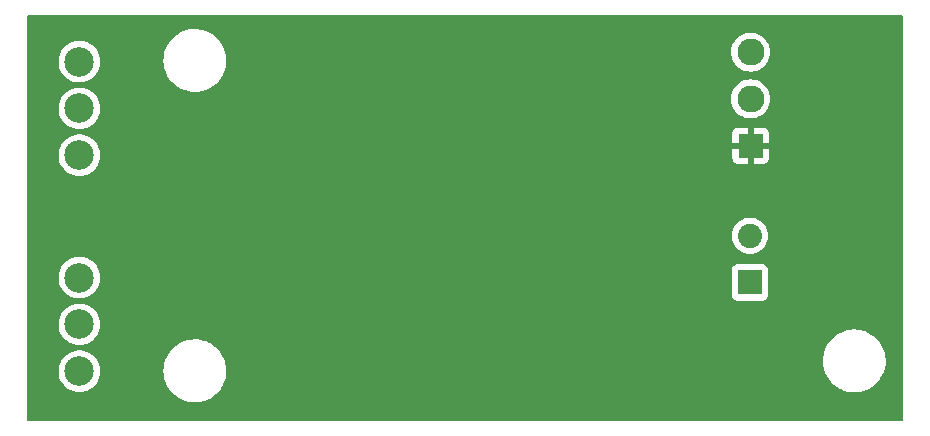
<source format=gbr>
%TF.GenerationSoftware,KiCad,Pcbnew,(6.0.2)*%
%TF.CreationDate,2022-03-05T20:41:56-07:00*%
%TF.ProjectId,H0001-Solenoid-Driver,48303030-312d-4536-9f6c-656e6f69642d,rev?*%
%TF.SameCoordinates,Original*%
%TF.FileFunction,Copper,L2,Bot*%
%TF.FilePolarity,Positive*%
%FSLAX46Y46*%
G04 Gerber Fmt 4.6, Leading zero omitted, Abs format (unit mm)*
G04 Created by KiCad (PCBNEW (6.0.2)) date 2022-03-05 20:41:56*
%MOMM*%
%LPD*%
G01*
G04 APERTURE LIST*
%TA.AperFunction,ComponentPad*%
%ADD10R,2.050000X2.050000*%
%TD*%
%TA.AperFunction,ComponentPad*%
%ADD11C,2.050000*%
%TD*%
%TA.AperFunction,ComponentPad*%
%ADD12C,2.500000*%
%TD*%
%TA.AperFunction,ComponentPad*%
%ADD13C,2.286000*%
%TD*%
%TA.AperFunction,ViaPad*%
%ADD14C,0.800000*%
%TD*%
G04 APERTURE END LIST*
D10*
%TO.P,P1,1,1*%
%TO.N,AC_NEU*%
X154689700Y-87900100D03*
D11*
%TO.P,P1,2,2*%
%TO.N,Net-(F1-Pad1)*%
X154689700Y-83940100D03*
%TD*%
D12*
%TO.P,P4,1,1*%
%TO.N,Net-(C2-Pad1)*%
X97915000Y-95400000D03*
%TO.P,P4,2,2*%
%TO.N,AC_HOT*%
X97915000Y-91440000D03*
%TO.P,P4,3,3*%
%TO.N,unconnected-(P4-Pad3)*%
X97915000Y-87480000D03*
%TD*%
%TO.P,P3,1,1*%
%TO.N,Net-(C1-Pad1)*%
X97915000Y-77112000D03*
%TO.P,P3,2,2*%
%TO.N,AC_HOT*%
X97915000Y-73152000D03*
%TO.P,P3,3,3*%
%TO.N,unconnected-(P3-Pad3)*%
X97915000Y-69192000D03*
%TD*%
D10*
%TO.P,P2,1,1*%
%TO.N,Earth*%
X154740500Y-76316500D03*
D13*
%TO.P,P2,2,2*%
%TO.N,OX*%
X154740500Y-72356500D03*
%TO.P,P2,3,3*%
%TO.N,PRESS*%
X154740500Y-68396500D03*
%TD*%
D14*
%TO.N,Earth*%
X147116800Y-84277200D03*
X142544800Y-71323200D03*
%TD*%
%TA.AperFunction,Conductor*%
%TO.N,Earth*%
G36*
X167632921Y-65298002D02*
G01*
X167679414Y-65351658D01*
X167690800Y-65404000D01*
X167690800Y-99492800D01*
X167670798Y-99560921D01*
X167617142Y-99607414D01*
X167564800Y-99618800D01*
X93598000Y-99618800D01*
X93529879Y-99598798D01*
X93483386Y-99545142D01*
X93472000Y-99492800D01*
X93472000Y-95353839D01*
X96152173Y-95353839D01*
X96152397Y-95358505D01*
X96152397Y-95358511D01*
X96156604Y-95446089D01*
X96164713Y-95614908D01*
X96215704Y-95871256D01*
X96304026Y-96117252D01*
X96306242Y-96121376D01*
X96396304Y-96288990D01*
X96427737Y-96347491D01*
X96430532Y-96351234D01*
X96430534Y-96351237D01*
X96581330Y-96553177D01*
X96581335Y-96553183D01*
X96584122Y-96556915D01*
X96587431Y-96560195D01*
X96587436Y-96560201D01*
X96699770Y-96671558D01*
X96769743Y-96740923D01*
X96773505Y-96743681D01*
X96773508Y-96743684D01*
X96973845Y-96890577D01*
X96980524Y-96895474D01*
X96984667Y-96897654D01*
X96984669Y-96897655D01*
X97207684Y-97014989D01*
X97207689Y-97014991D01*
X97211834Y-97017172D01*
X97458590Y-97103344D01*
X97463183Y-97104216D01*
X97710785Y-97151224D01*
X97710788Y-97151224D01*
X97715374Y-97152095D01*
X97845959Y-97157226D01*
X97971875Y-97162174D01*
X97971881Y-97162174D01*
X97976543Y-97162357D01*
X98055977Y-97153657D01*
X98231707Y-97134412D01*
X98231712Y-97134411D01*
X98236360Y-97133902D01*
X98349116Y-97104216D01*
X98484594Y-97068548D01*
X98484596Y-97068547D01*
X98489117Y-97067357D01*
X98512670Y-97057238D01*
X98724972Y-96966025D01*
X98729262Y-96964182D01*
X98769386Y-96939353D01*
X98947547Y-96829104D01*
X98947548Y-96829104D01*
X98951519Y-96826646D01*
X98955082Y-96823629D01*
X98955087Y-96823626D01*
X99147439Y-96660787D01*
X99147440Y-96660786D01*
X99151005Y-96657768D01*
X99219908Y-96579199D01*
X99320257Y-96464774D01*
X99320261Y-96464769D01*
X99323339Y-96461259D01*
X99378962Y-96374784D01*
X99462205Y-96245367D01*
X99464733Y-96241437D01*
X99572083Y-96003129D01*
X99643030Y-95751572D01*
X99659832Y-95619496D01*
X99675616Y-95495421D01*
X99675616Y-95495417D01*
X99676014Y-95492291D01*
X99677816Y-95423485D01*
X105032854Y-95423485D01*
X105033156Y-95427320D01*
X105051108Y-95655417D01*
X105058370Y-95747695D01*
X105123206Y-96066378D01*
X105226398Y-96374784D01*
X105366405Y-96668316D01*
X105541141Y-96942597D01*
X105543584Y-96945560D01*
X105543585Y-96945562D01*
X105738322Y-97181796D01*
X105748001Y-97193538D01*
X105983902Y-97417399D01*
X106245326Y-97610843D01*
X106386851Y-97690914D01*
X106525019Y-97769086D01*
X106525023Y-97769088D01*
X106528376Y-97770985D01*
X106828832Y-97895438D01*
X106932288Y-97924129D01*
X107138500Y-97981317D01*
X107138508Y-97981319D01*
X107142216Y-97982347D01*
X107463856Y-98030416D01*
X107467154Y-98030560D01*
X107578918Y-98035440D01*
X107578922Y-98035440D01*
X107580294Y-98035500D01*
X107778598Y-98035500D01*
X108020605Y-98020698D01*
X108024388Y-98019997D01*
X108024395Y-98019996D01*
X108224459Y-97982916D01*
X108340372Y-97961433D01*
X108549682Y-97895438D01*
X108646860Y-97864798D01*
X108646863Y-97864797D01*
X108650532Y-97863640D01*
X108654029Y-97862046D01*
X108654035Y-97862044D01*
X108942954Y-97730376D01*
X108942958Y-97730374D01*
X108946462Y-97728777D01*
X109223751Y-97558854D01*
X109226755Y-97556464D01*
X109226760Y-97556461D01*
X109351008Y-97457629D01*
X109478264Y-97356405D01*
X109480958Y-97353664D01*
X109480962Y-97353660D01*
X109703513Y-97127190D01*
X109703517Y-97127185D01*
X109706208Y-97124447D01*
X109885663Y-96890577D01*
X109901835Y-96869502D01*
X109901837Y-96869498D01*
X109904185Y-96866439D01*
X110069242Y-96586227D01*
X110198920Y-96287988D01*
X110291285Y-95976169D01*
X110344961Y-95655417D01*
X110359146Y-95330515D01*
X110343742Y-95134794D01*
X110333932Y-95010140D01*
X110333932Y-95010137D01*
X110333630Y-95006305D01*
X110268794Y-94687622D01*
X110234552Y-94585285D01*
X160862054Y-94585285D01*
X160863506Y-94603733D01*
X160882493Y-94844980D01*
X160887570Y-94909495D01*
X160952406Y-95228178D01*
X161055598Y-95536584D01*
X161195605Y-95830116D01*
X161370341Y-96104397D01*
X161372784Y-96107360D01*
X161372785Y-96107362D01*
X161522508Y-96288990D01*
X161577201Y-96355338D01*
X161813102Y-96579199D01*
X162074526Y-96772643D01*
X162216051Y-96852714D01*
X162354219Y-96930886D01*
X162354223Y-96930888D01*
X162357576Y-96932785D01*
X162361137Y-96934260D01*
X162361139Y-96934261D01*
X162381264Y-96942597D01*
X162658032Y-97057238D01*
X162698815Y-97068548D01*
X162967700Y-97143117D01*
X162967708Y-97143119D01*
X162971416Y-97144147D01*
X163293056Y-97192216D01*
X163296354Y-97192360D01*
X163408118Y-97197240D01*
X163408122Y-97197240D01*
X163409494Y-97197300D01*
X163607798Y-97197300D01*
X163849805Y-97182498D01*
X163853588Y-97181797D01*
X163853595Y-97181796D01*
X164053659Y-97144716D01*
X164169572Y-97123233D01*
X164378882Y-97057238D01*
X164476060Y-97026598D01*
X164476063Y-97026597D01*
X164479732Y-97025440D01*
X164483229Y-97023846D01*
X164483235Y-97023844D01*
X164772154Y-96892176D01*
X164772158Y-96892174D01*
X164775662Y-96890577D01*
X164778944Y-96888566D01*
X165049673Y-96722663D01*
X165049676Y-96722661D01*
X165052951Y-96720654D01*
X165055955Y-96718264D01*
X165055960Y-96718261D01*
X165221949Y-96586227D01*
X165307464Y-96518205D01*
X165310158Y-96515464D01*
X165310162Y-96515460D01*
X165532713Y-96288990D01*
X165532717Y-96288985D01*
X165535408Y-96286247D01*
X165704120Y-96066378D01*
X165731035Y-96031302D01*
X165731037Y-96031298D01*
X165733385Y-96028239D01*
X165898442Y-95748027D01*
X166028120Y-95449788D01*
X166034776Y-95427320D01*
X166094881Y-95224407D01*
X166120485Y-95137969D01*
X166174161Y-94817217D01*
X166188346Y-94492315D01*
X166175588Y-94330210D01*
X166163132Y-94171940D01*
X166163132Y-94171937D01*
X166162830Y-94168105D01*
X166097994Y-93849422D01*
X165994802Y-93541016D01*
X165854795Y-93247484D01*
X165825930Y-93202174D01*
X165728577Y-93049361D01*
X165680059Y-92973203D01*
X165677615Y-92970238D01*
X165475642Y-92725225D01*
X165475638Y-92725220D01*
X165473199Y-92722262D01*
X165237298Y-92498401D01*
X164975874Y-92304957D01*
X164770981Y-92189034D01*
X164696181Y-92146714D01*
X164696177Y-92146712D01*
X164692824Y-92144815D01*
X164392368Y-92020362D01*
X164288912Y-91991671D01*
X164082700Y-91934483D01*
X164082692Y-91934481D01*
X164078984Y-91933453D01*
X163757344Y-91885384D01*
X163754046Y-91885240D01*
X163642282Y-91880360D01*
X163642278Y-91880360D01*
X163640906Y-91880300D01*
X163442602Y-91880300D01*
X163200595Y-91895102D01*
X163196812Y-91895803D01*
X163196805Y-91895804D01*
X163040712Y-91924734D01*
X162880828Y-91954367D01*
X162696258Y-92012562D01*
X162574340Y-92051002D01*
X162574337Y-92051003D01*
X162570668Y-92052160D01*
X162567171Y-92053754D01*
X162567165Y-92053756D01*
X162278246Y-92185424D01*
X162278242Y-92185426D01*
X162274738Y-92187023D01*
X162271459Y-92189033D01*
X162271456Y-92189034D01*
X162127622Y-92277176D01*
X161997449Y-92356946D01*
X161994445Y-92359336D01*
X161994440Y-92359339D01*
X161954339Y-92391237D01*
X161742936Y-92559395D01*
X161740242Y-92562136D01*
X161740238Y-92562140D01*
X161517687Y-92788610D01*
X161517683Y-92788615D01*
X161514992Y-92791353D01*
X161406527Y-92932707D01*
X161333994Y-93027234D01*
X161317015Y-93049361D01*
X161151958Y-93329573D01*
X161022280Y-93627812D01*
X161021186Y-93631506D01*
X161021184Y-93631511D01*
X160986995Y-93746932D01*
X160929915Y-93939631D01*
X160876239Y-94260383D01*
X160862054Y-94585285D01*
X110234552Y-94585285D01*
X110165602Y-94379216D01*
X110025595Y-94085684D01*
X109850859Y-93811403D01*
X109811414Y-93763552D01*
X109646442Y-93563425D01*
X109646438Y-93563420D01*
X109643999Y-93560462D01*
X109408098Y-93336601D01*
X109146674Y-93143157D01*
X108941781Y-93027234D01*
X108866981Y-92984914D01*
X108866977Y-92984912D01*
X108863624Y-92983015D01*
X108847768Y-92976447D01*
X108637139Y-92889202D01*
X108563168Y-92858562D01*
X108459712Y-92829871D01*
X108253500Y-92772683D01*
X108253492Y-92772681D01*
X108249784Y-92771653D01*
X107928144Y-92723584D01*
X107924846Y-92723440D01*
X107813082Y-92718560D01*
X107813078Y-92718560D01*
X107811706Y-92718500D01*
X107613402Y-92718500D01*
X107371395Y-92733302D01*
X107367612Y-92734003D01*
X107367605Y-92734004D01*
X107211511Y-92762935D01*
X107051628Y-92792567D01*
X106867058Y-92850762D01*
X106745140Y-92889202D01*
X106745137Y-92889203D01*
X106741468Y-92890360D01*
X106737971Y-92891954D01*
X106737965Y-92891956D01*
X106449046Y-93023624D01*
X106449042Y-93023626D01*
X106445538Y-93025223D01*
X106442259Y-93027233D01*
X106442256Y-93027234D01*
X106173228Y-93192095D01*
X106168249Y-93195146D01*
X106165245Y-93197536D01*
X106165240Y-93197539D01*
X106106527Y-93244242D01*
X105913736Y-93397595D01*
X105911042Y-93400336D01*
X105911038Y-93400340D01*
X105688487Y-93626810D01*
X105688483Y-93626815D01*
X105685792Y-93629553D01*
X105595724Y-93746932D01*
X105493175Y-93880576D01*
X105487815Y-93887561D01*
X105322758Y-94167773D01*
X105193080Y-94466012D01*
X105191986Y-94469706D01*
X105191984Y-94469711D01*
X105184149Y-94496162D01*
X105100715Y-94777831D01*
X105047039Y-95098583D01*
X105032854Y-95423485D01*
X99677816Y-95423485D01*
X99678431Y-95400000D01*
X99672982Y-95326680D01*
X99659407Y-95144000D01*
X99659406Y-95143996D01*
X99659061Y-95139348D01*
X99647725Y-95089248D01*
X99602408Y-94888980D01*
X99601377Y-94884423D01*
X99558490Y-94774139D01*
X99508340Y-94645176D01*
X99508339Y-94645173D01*
X99506647Y-94640823D01*
X99376951Y-94413902D01*
X99215138Y-94208643D01*
X99024763Y-94029557D01*
X98810009Y-93880576D01*
X98805816Y-93878508D01*
X98579781Y-93767040D01*
X98579778Y-93767039D01*
X98575593Y-93764975D01*
X98529449Y-93750204D01*
X98331123Y-93686720D01*
X98326665Y-93685293D01*
X98068693Y-93643279D01*
X97954942Y-93641790D01*
X97812022Y-93639919D01*
X97812019Y-93639919D01*
X97807345Y-93639858D01*
X97548362Y-93675104D01*
X97297433Y-93748243D01*
X97293180Y-93750203D01*
X97293179Y-93750204D01*
X97256659Y-93767040D01*
X97060072Y-93857668D01*
X97021067Y-93883241D01*
X96845404Y-93998410D01*
X96845399Y-93998414D01*
X96841491Y-94000976D01*
X96646494Y-94175018D01*
X96479363Y-94375970D01*
X96476934Y-94379973D01*
X96350021Y-94589120D01*
X96343771Y-94599419D01*
X96242697Y-94840455D01*
X96178359Y-95093783D01*
X96177891Y-95098434D01*
X96177890Y-95098438D01*
X96177488Y-95102433D01*
X96152173Y-95353839D01*
X93472000Y-95353839D01*
X93472000Y-91393839D01*
X96152173Y-91393839D01*
X96164713Y-91654908D01*
X96215704Y-91911256D01*
X96304026Y-92157252D01*
X96306242Y-92161376D01*
X96411325Y-92356946D01*
X96427737Y-92387491D01*
X96430532Y-92391234D01*
X96430534Y-92391237D01*
X96581330Y-92593177D01*
X96581335Y-92593183D01*
X96584122Y-92596915D01*
X96587431Y-92600195D01*
X96587436Y-92600201D01*
X96759818Y-92771084D01*
X96769743Y-92780923D01*
X96773505Y-92783681D01*
X96773508Y-92783684D01*
X96917417Y-92889202D01*
X96980524Y-92935474D01*
X96984667Y-92937654D01*
X96984669Y-92937655D01*
X97207684Y-93054989D01*
X97207689Y-93054991D01*
X97211834Y-93057172D01*
X97350254Y-93105511D01*
X97452617Y-93141258D01*
X97458590Y-93143344D01*
X97463183Y-93144216D01*
X97710785Y-93191224D01*
X97710788Y-93191224D01*
X97715374Y-93192095D01*
X97845958Y-93197226D01*
X97971875Y-93202174D01*
X97971881Y-93202174D01*
X97976543Y-93202357D01*
X98060729Y-93193137D01*
X98231707Y-93174412D01*
X98231712Y-93174411D01*
X98236360Y-93173902D01*
X98349116Y-93144216D01*
X98484594Y-93108548D01*
X98484596Y-93108547D01*
X98489117Y-93107357D01*
X98729262Y-93004182D01*
X98951519Y-92866646D01*
X98955082Y-92863629D01*
X98955087Y-92863626D01*
X99147439Y-92700787D01*
X99147440Y-92700786D01*
X99151005Y-92697768D01*
X99274454Y-92557002D01*
X99320257Y-92504774D01*
X99320261Y-92504769D01*
X99323339Y-92501259D01*
X99464733Y-92281437D01*
X99572083Y-92043129D01*
X99613898Y-91894867D01*
X99641760Y-91796076D01*
X99641761Y-91796073D01*
X99643030Y-91791572D01*
X99659832Y-91659496D01*
X99675616Y-91535421D01*
X99675616Y-91535417D01*
X99676014Y-91532291D01*
X99678431Y-91440000D01*
X99659061Y-91179348D01*
X99647725Y-91129248D01*
X99602408Y-90928980D01*
X99601377Y-90924423D01*
X99506647Y-90680823D01*
X99376951Y-90453902D01*
X99215138Y-90248643D01*
X99024763Y-90069557D01*
X98810009Y-89920576D01*
X98805816Y-89918508D01*
X98579781Y-89807040D01*
X98579778Y-89807039D01*
X98575593Y-89804975D01*
X98529449Y-89790204D01*
X98331123Y-89726720D01*
X98326665Y-89725293D01*
X98068693Y-89683279D01*
X97954942Y-89681790D01*
X97812022Y-89679919D01*
X97812019Y-89679919D01*
X97807345Y-89679858D01*
X97548362Y-89715104D01*
X97297433Y-89788243D01*
X97293180Y-89790203D01*
X97293179Y-89790204D01*
X97256659Y-89807040D01*
X97060072Y-89897668D01*
X97021067Y-89923241D01*
X96845404Y-90038410D01*
X96845399Y-90038414D01*
X96841491Y-90040976D01*
X96646494Y-90215018D01*
X96479363Y-90415970D01*
X96343771Y-90639419D01*
X96242697Y-90880455D01*
X96178359Y-91133783D01*
X96152173Y-91393839D01*
X93472000Y-91393839D01*
X93472000Y-87433839D01*
X96152173Y-87433839D01*
X96164713Y-87694908D01*
X96215704Y-87951256D01*
X96304026Y-88197252D01*
X96306242Y-88201376D01*
X96370753Y-88321437D01*
X96427737Y-88427491D01*
X96430532Y-88431234D01*
X96430534Y-88431237D01*
X96581330Y-88633177D01*
X96581335Y-88633183D01*
X96584122Y-88636915D01*
X96587431Y-88640195D01*
X96587436Y-88640201D01*
X96766426Y-88817635D01*
X96769743Y-88820923D01*
X96773505Y-88823681D01*
X96773508Y-88823684D01*
X96972809Y-88969817D01*
X96980524Y-88975474D01*
X96984667Y-88977654D01*
X96984669Y-88977655D01*
X97207684Y-89094989D01*
X97207689Y-89094991D01*
X97211834Y-89097172D01*
X97350254Y-89145511D01*
X97425548Y-89171805D01*
X97458590Y-89183344D01*
X97463183Y-89184216D01*
X97710785Y-89231224D01*
X97710788Y-89231224D01*
X97715374Y-89232095D01*
X97845958Y-89237226D01*
X97971875Y-89242174D01*
X97971881Y-89242174D01*
X97976543Y-89242357D01*
X98055977Y-89233657D01*
X98231707Y-89214412D01*
X98231712Y-89214411D01*
X98236360Y-89213902D01*
X98349116Y-89184216D01*
X98484594Y-89148548D01*
X98484596Y-89148547D01*
X98489117Y-89147357D01*
X98729262Y-89044182D01*
X98843913Y-88973234D01*
X153156200Y-88973234D01*
X153162955Y-89035416D01*
X153214085Y-89171805D01*
X153301439Y-89288361D01*
X153417995Y-89375715D01*
X153554384Y-89426845D01*
X153616566Y-89433600D01*
X155762834Y-89433600D01*
X155825016Y-89426845D01*
X155961405Y-89375715D01*
X156077961Y-89288361D01*
X156165315Y-89171805D01*
X156216445Y-89035416D01*
X156223200Y-88973234D01*
X156223200Y-86826966D01*
X156216445Y-86764784D01*
X156165315Y-86628395D01*
X156077961Y-86511839D01*
X155961405Y-86424485D01*
X155825016Y-86373355D01*
X155762834Y-86366600D01*
X153616566Y-86366600D01*
X153554384Y-86373355D01*
X153417995Y-86424485D01*
X153301439Y-86511839D01*
X153214085Y-86628395D01*
X153162955Y-86764784D01*
X153156200Y-86826966D01*
X153156200Y-88973234D01*
X98843913Y-88973234D01*
X98951519Y-88906646D01*
X98955082Y-88903629D01*
X98955087Y-88903626D01*
X99147439Y-88740787D01*
X99147440Y-88740786D01*
X99151005Y-88737768D01*
X99242729Y-88633177D01*
X99320257Y-88544774D01*
X99320261Y-88544769D01*
X99323339Y-88541259D01*
X99464733Y-88321437D01*
X99572083Y-88083129D01*
X99643030Y-87831572D01*
X99659832Y-87699496D01*
X99675616Y-87575421D01*
X99675616Y-87575417D01*
X99676014Y-87572291D01*
X99678431Y-87480000D01*
X99659061Y-87219348D01*
X99647725Y-87169248D01*
X99602408Y-86968980D01*
X99601377Y-86964423D01*
X99549252Y-86830383D01*
X99508340Y-86725176D01*
X99508339Y-86725173D01*
X99506647Y-86720823D01*
X99376951Y-86493902D01*
X99215138Y-86288643D01*
X99024763Y-86109557D01*
X98810009Y-85960576D01*
X98805816Y-85958508D01*
X98579781Y-85847040D01*
X98579778Y-85847039D01*
X98575593Y-85844975D01*
X98529449Y-85830204D01*
X98331123Y-85766720D01*
X98326665Y-85765293D01*
X98068693Y-85723279D01*
X97954942Y-85721790D01*
X97812022Y-85719919D01*
X97812019Y-85719919D01*
X97807345Y-85719858D01*
X97548362Y-85755104D01*
X97297433Y-85828243D01*
X97293180Y-85830203D01*
X97293179Y-85830204D01*
X97256659Y-85847040D01*
X97060072Y-85937668D01*
X97021067Y-85963241D01*
X96845404Y-86078410D01*
X96845399Y-86078414D01*
X96841491Y-86080976D01*
X96646494Y-86255018D01*
X96479363Y-86455970D01*
X96476934Y-86459973D01*
X96379094Y-86621209D01*
X96343771Y-86679419D01*
X96242697Y-86920455D01*
X96178359Y-87173783D01*
X96152173Y-87433839D01*
X93472000Y-87433839D01*
X93472000Y-83940100D01*
X153151458Y-83940100D01*
X153170396Y-84180734D01*
X153171550Y-84185541D01*
X153171551Y-84185547D01*
X153206967Y-84333061D01*
X153226745Y-84415443D01*
X153319116Y-84638447D01*
X153445236Y-84844256D01*
X153601999Y-85027801D01*
X153785544Y-85184564D01*
X153991353Y-85310684D01*
X153995923Y-85312577D01*
X153995927Y-85312579D01*
X154209784Y-85401161D01*
X154214357Y-85403055D01*
X154296739Y-85422833D01*
X154444253Y-85458249D01*
X154444259Y-85458250D01*
X154449066Y-85459404D01*
X154689700Y-85478342D01*
X154930334Y-85459404D01*
X154935141Y-85458250D01*
X154935147Y-85458249D01*
X155082661Y-85422833D01*
X155165043Y-85403055D01*
X155169616Y-85401161D01*
X155383473Y-85312579D01*
X155383477Y-85312577D01*
X155388047Y-85310684D01*
X155593856Y-85184564D01*
X155777401Y-85027801D01*
X155934164Y-84844256D01*
X156060284Y-84638447D01*
X156152655Y-84415443D01*
X156172433Y-84333061D01*
X156207849Y-84185547D01*
X156207850Y-84185541D01*
X156209004Y-84180734D01*
X156227942Y-83940100D01*
X156209004Y-83699466D01*
X156207850Y-83694659D01*
X156207849Y-83694653D01*
X156153810Y-83469569D01*
X156152655Y-83464757D01*
X156060284Y-83241753D01*
X155934164Y-83035944D01*
X155777401Y-82852399D01*
X155593856Y-82695636D01*
X155388047Y-82569516D01*
X155383477Y-82567623D01*
X155383473Y-82567621D01*
X155169616Y-82479039D01*
X155169614Y-82479038D01*
X155165043Y-82477145D01*
X155082661Y-82457367D01*
X154935147Y-82421951D01*
X154935141Y-82421950D01*
X154930334Y-82420796D01*
X154689700Y-82401858D01*
X154449066Y-82420796D01*
X154444259Y-82421950D01*
X154444253Y-82421951D01*
X154296739Y-82457367D01*
X154214357Y-82477145D01*
X154209786Y-82479038D01*
X154209784Y-82479039D01*
X153995927Y-82567621D01*
X153995923Y-82567623D01*
X153991353Y-82569516D01*
X153785544Y-82695636D01*
X153601999Y-82852399D01*
X153445236Y-83035944D01*
X153319116Y-83241753D01*
X153226745Y-83464757D01*
X153225590Y-83469569D01*
X153171551Y-83694653D01*
X153171550Y-83694659D01*
X153170396Y-83699466D01*
X153151458Y-83940100D01*
X93472000Y-83940100D01*
X93472000Y-77065839D01*
X96152173Y-77065839D01*
X96164713Y-77326908D01*
X96215704Y-77583256D01*
X96304026Y-77829252D01*
X96306242Y-77833376D01*
X96370753Y-77953437D01*
X96427737Y-78059491D01*
X96430532Y-78063234D01*
X96430534Y-78063237D01*
X96581330Y-78265177D01*
X96581335Y-78265183D01*
X96584122Y-78268915D01*
X96587431Y-78272195D01*
X96587436Y-78272201D01*
X96766426Y-78449635D01*
X96769743Y-78452923D01*
X96773505Y-78455681D01*
X96773508Y-78455684D01*
X96976750Y-78604707D01*
X96980524Y-78607474D01*
X96984667Y-78609654D01*
X96984669Y-78609655D01*
X97207684Y-78726989D01*
X97207689Y-78726991D01*
X97211834Y-78729172D01*
X97458590Y-78815344D01*
X97463183Y-78816216D01*
X97710785Y-78863224D01*
X97710788Y-78863224D01*
X97715374Y-78864095D01*
X97845958Y-78869226D01*
X97971875Y-78874174D01*
X97971881Y-78874174D01*
X97976543Y-78874357D01*
X98055977Y-78865657D01*
X98231707Y-78846412D01*
X98231712Y-78846411D01*
X98236360Y-78845902D01*
X98349116Y-78816216D01*
X98484594Y-78780548D01*
X98484596Y-78780547D01*
X98489117Y-78779357D01*
X98729262Y-78676182D01*
X98951519Y-78538646D01*
X98955082Y-78535629D01*
X98955087Y-78535626D01*
X99147439Y-78372787D01*
X99147440Y-78372786D01*
X99151005Y-78369768D01*
X99242729Y-78265177D01*
X99320257Y-78176774D01*
X99320261Y-78176769D01*
X99323339Y-78173259D01*
X99464733Y-77953437D01*
X99572083Y-77715129D01*
X99609275Y-77583256D01*
X99641760Y-77468076D01*
X99641761Y-77468073D01*
X99643030Y-77463572D01*
X99652009Y-77392990D01*
X99652877Y-77386169D01*
X153207501Y-77386169D01*
X153207871Y-77392990D01*
X153213395Y-77443852D01*
X153217021Y-77459104D01*
X153262176Y-77579554D01*
X153270714Y-77595149D01*
X153347215Y-77697224D01*
X153359776Y-77709785D01*
X153461851Y-77786286D01*
X153477446Y-77794824D01*
X153597894Y-77839978D01*
X153613149Y-77843605D01*
X153664014Y-77849131D01*
X153670828Y-77849500D01*
X154468385Y-77849500D01*
X154483624Y-77845025D01*
X154484829Y-77843635D01*
X154486500Y-77835952D01*
X154486500Y-77831384D01*
X154994500Y-77831384D01*
X154998975Y-77846623D01*
X155000365Y-77847828D01*
X155008048Y-77849499D01*
X155810169Y-77849499D01*
X155816990Y-77849129D01*
X155867852Y-77843605D01*
X155883104Y-77839979D01*
X156003554Y-77794824D01*
X156019149Y-77786286D01*
X156121224Y-77709785D01*
X156133785Y-77697224D01*
X156210286Y-77595149D01*
X156218824Y-77579554D01*
X156263978Y-77459106D01*
X156267605Y-77443851D01*
X156273131Y-77392986D01*
X156273500Y-77386172D01*
X156273500Y-76588615D01*
X156269025Y-76573376D01*
X156267635Y-76572171D01*
X156259952Y-76570500D01*
X155012615Y-76570500D01*
X154997376Y-76574975D01*
X154996171Y-76576365D01*
X154994500Y-76584048D01*
X154994500Y-77831384D01*
X154486500Y-77831384D01*
X154486500Y-76588615D01*
X154482025Y-76573376D01*
X154480635Y-76572171D01*
X154472952Y-76570500D01*
X153225616Y-76570500D01*
X153210377Y-76574975D01*
X153209172Y-76576365D01*
X153207501Y-76584048D01*
X153207501Y-77386169D01*
X99652877Y-77386169D01*
X99675616Y-77207421D01*
X99675616Y-77207417D01*
X99676014Y-77204291D01*
X99678431Y-77112000D01*
X99659061Y-76851348D01*
X99647725Y-76801248D01*
X99602408Y-76600980D01*
X99601377Y-76596423D01*
X99593577Y-76576365D01*
X99508340Y-76357176D01*
X99508339Y-76357173D01*
X99506647Y-76352823D01*
X99376951Y-76125902D01*
X99312688Y-76044385D01*
X153207500Y-76044385D01*
X153211975Y-76059624D01*
X153213365Y-76060829D01*
X153221048Y-76062500D01*
X154468385Y-76062500D01*
X154483624Y-76058025D01*
X154484829Y-76056635D01*
X154486500Y-76048952D01*
X154486500Y-76044385D01*
X154994500Y-76044385D01*
X154998975Y-76059624D01*
X155000365Y-76060829D01*
X155008048Y-76062500D01*
X156255384Y-76062500D01*
X156270623Y-76058025D01*
X156271828Y-76056635D01*
X156273499Y-76048952D01*
X156273499Y-75246831D01*
X156273129Y-75240010D01*
X156267605Y-75189148D01*
X156263979Y-75173896D01*
X156218824Y-75053446D01*
X156210286Y-75037851D01*
X156133785Y-74935776D01*
X156121224Y-74923215D01*
X156019149Y-74846714D01*
X156003554Y-74838176D01*
X155883106Y-74793022D01*
X155867851Y-74789395D01*
X155816986Y-74783869D01*
X155810172Y-74783500D01*
X155012615Y-74783500D01*
X154997376Y-74787975D01*
X154996171Y-74789365D01*
X154994500Y-74797048D01*
X154994500Y-76044385D01*
X154486500Y-76044385D01*
X154486500Y-74801616D01*
X154482025Y-74786377D01*
X154480635Y-74785172D01*
X154472952Y-74783501D01*
X153670831Y-74783501D01*
X153664010Y-74783871D01*
X153613148Y-74789395D01*
X153597896Y-74793021D01*
X153477446Y-74838176D01*
X153461851Y-74846714D01*
X153359776Y-74923215D01*
X153347215Y-74935776D01*
X153270714Y-75037851D01*
X153262176Y-75053446D01*
X153217022Y-75173894D01*
X153213395Y-75189149D01*
X153207869Y-75240014D01*
X153207500Y-75246828D01*
X153207500Y-76044385D01*
X99312688Y-76044385D01*
X99215138Y-75920643D01*
X99024763Y-75741557D01*
X98810009Y-75592576D01*
X98805816Y-75590508D01*
X98579781Y-75479040D01*
X98579778Y-75479039D01*
X98575593Y-75476975D01*
X98529449Y-75462204D01*
X98331123Y-75398720D01*
X98326665Y-75397293D01*
X98068693Y-75355279D01*
X97954942Y-75353790D01*
X97812022Y-75351919D01*
X97812019Y-75351919D01*
X97807345Y-75351858D01*
X97548362Y-75387104D01*
X97297433Y-75460243D01*
X97293180Y-75462203D01*
X97293179Y-75462204D01*
X97256659Y-75479040D01*
X97060072Y-75569668D01*
X97021067Y-75595241D01*
X96845404Y-75710410D01*
X96845399Y-75710414D01*
X96841491Y-75712976D01*
X96646494Y-75887018D01*
X96479363Y-76087970D01*
X96343771Y-76311419D01*
X96242697Y-76552455D01*
X96178359Y-76805783D01*
X96152173Y-77065839D01*
X93472000Y-77065839D01*
X93472000Y-73105839D01*
X96152173Y-73105839D01*
X96152397Y-73110505D01*
X96152397Y-73110511D01*
X96154239Y-73148851D01*
X96164713Y-73366908D01*
X96215704Y-73623256D01*
X96304026Y-73869252D01*
X96306242Y-73873376D01*
X96381322Y-74013107D01*
X96427737Y-74099491D01*
X96430532Y-74103234D01*
X96430534Y-74103237D01*
X96581330Y-74305177D01*
X96581335Y-74305183D01*
X96584122Y-74308915D01*
X96587431Y-74312195D01*
X96587436Y-74312201D01*
X96766426Y-74489635D01*
X96769743Y-74492923D01*
X96773505Y-74495681D01*
X96773508Y-74495684D01*
X96976750Y-74644707D01*
X96980524Y-74647474D01*
X96984667Y-74649654D01*
X96984669Y-74649655D01*
X97207684Y-74766989D01*
X97207689Y-74766991D01*
X97211834Y-74769172D01*
X97350254Y-74817511D01*
X97433878Y-74846714D01*
X97458590Y-74855344D01*
X97463183Y-74856216D01*
X97710785Y-74903224D01*
X97710788Y-74903224D01*
X97715374Y-74904095D01*
X97845958Y-74909226D01*
X97971875Y-74914174D01*
X97971881Y-74914174D01*
X97976543Y-74914357D01*
X98055977Y-74905657D01*
X98231707Y-74886412D01*
X98231712Y-74886411D01*
X98236360Y-74885902D01*
X98349116Y-74856216D01*
X98484594Y-74820548D01*
X98484596Y-74820547D01*
X98489117Y-74819357D01*
X98541043Y-74797048D01*
X98724972Y-74718025D01*
X98729262Y-74716182D01*
X98951519Y-74578646D01*
X98955082Y-74575629D01*
X98955087Y-74575626D01*
X99147439Y-74412787D01*
X99147440Y-74412786D01*
X99151005Y-74409768D01*
X99242729Y-74305177D01*
X99320257Y-74216774D01*
X99320261Y-74216769D01*
X99323339Y-74213259D01*
X99464733Y-73993437D01*
X99572083Y-73755129D01*
X99635263Y-73531111D01*
X99641760Y-73508076D01*
X99641761Y-73508073D01*
X99643030Y-73503572D01*
X99659832Y-73371496D01*
X99675616Y-73247421D01*
X99675616Y-73247417D01*
X99676014Y-73244291D01*
X99678431Y-73152000D01*
X99659061Y-72891348D01*
X99647725Y-72841248D01*
X99602408Y-72640980D01*
X99601377Y-72636423D01*
X99506647Y-72392823D01*
X99488705Y-72361430D01*
X99485887Y-72356500D01*
X153083893Y-72356500D01*
X153104289Y-72615650D01*
X153105443Y-72620457D01*
X153105444Y-72620463D01*
X153109276Y-72636423D01*
X153164973Y-72868420D01*
X153264452Y-73108584D01*
X153400277Y-73330229D01*
X153403494Y-73333996D01*
X153403495Y-73333997D01*
X153431604Y-73366908D01*
X153569102Y-73527898D01*
X153572864Y-73531111D01*
X153675390Y-73618676D01*
X153766771Y-73696723D01*
X153988416Y-73832548D01*
X153992986Y-73834441D01*
X153992988Y-73834442D01*
X154224007Y-73930133D01*
X154228580Y-73932027D01*
X154315043Y-73952785D01*
X154476537Y-73991556D01*
X154476543Y-73991557D01*
X154481350Y-73992711D01*
X154740500Y-74013107D01*
X154999650Y-73992711D01*
X155004457Y-73991557D01*
X155004463Y-73991556D01*
X155165957Y-73952785D01*
X155252420Y-73932027D01*
X155256993Y-73930133D01*
X155488012Y-73834442D01*
X155488014Y-73834441D01*
X155492584Y-73832548D01*
X155714229Y-73696723D01*
X155805611Y-73618676D01*
X155908136Y-73531111D01*
X155911898Y-73527898D01*
X156049396Y-73366908D01*
X156077505Y-73333997D01*
X156077506Y-73333996D01*
X156080723Y-73330229D01*
X156216548Y-73108584D01*
X156316027Y-72868420D01*
X156371724Y-72636423D01*
X156375556Y-72620463D01*
X156375557Y-72620457D01*
X156376711Y-72615650D01*
X156397107Y-72356500D01*
X156376711Y-72097350D01*
X156316027Y-71844580D01*
X156279375Y-71756093D01*
X156218442Y-71608988D01*
X156218441Y-71608986D01*
X156216548Y-71604416D01*
X156080723Y-71382771D01*
X155911898Y-71185102D01*
X155714229Y-71016277D01*
X155492584Y-70880452D01*
X155488014Y-70878559D01*
X155488012Y-70878558D01*
X155256993Y-70782867D01*
X155256991Y-70782866D01*
X155252420Y-70780973D01*
X155138927Y-70753726D01*
X155004463Y-70721444D01*
X155004457Y-70721443D01*
X154999650Y-70720289D01*
X154740500Y-70699893D01*
X154481350Y-70720289D01*
X154476543Y-70721443D01*
X154476537Y-70721444D01*
X154342073Y-70753726D01*
X154228580Y-70780973D01*
X154224009Y-70782866D01*
X154224007Y-70782867D01*
X153992988Y-70878558D01*
X153992986Y-70878559D01*
X153988416Y-70880452D01*
X153766771Y-71016277D01*
X153569102Y-71185102D01*
X153400277Y-71382771D01*
X153264452Y-71604416D01*
X153262559Y-71608986D01*
X153262558Y-71608988D01*
X153201625Y-71756093D01*
X153164973Y-71844580D01*
X153104289Y-72097350D01*
X153083893Y-72356500D01*
X99485887Y-72356500D01*
X99379270Y-72169960D01*
X99376951Y-72165902D01*
X99215138Y-71960643D01*
X99024763Y-71781557D01*
X98810009Y-71632576D01*
X98805816Y-71630508D01*
X98579781Y-71519040D01*
X98579778Y-71519039D01*
X98575593Y-71516975D01*
X98529449Y-71502204D01*
X98331123Y-71438720D01*
X98326665Y-71437293D01*
X98068693Y-71395279D01*
X97954942Y-71393790D01*
X97812022Y-71391919D01*
X97812019Y-71391919D01*
X97807345Y-71391858D01*
X97548362Y-71427104D01*
X97297433Y-71500243D01*
X97293180Y-71502203D01*
X97293179Y-71502204D01*
X97256659Y-71519040D01*
X97060072Y-71609668D01*
X97021067Y-71635241D01*
X96845404Y-71750410D01*
X96845399Y-71750414D01*
X96841491Y-71752976D01*
X96646494Y-71927018D01*
X96479363Y-72127970D01*
X96343771Y-72351419D01*
X96242697Y-72592455D01*
X96178359Y-72845783D01*
X96177891Y-72850434D01*
X96177890Y-72850438D01*
X96175619Y-72872993D01*
X96152173Y-73105839D01*
X93472000Y-73105839D01*
X93472000Y-69145839D01*
X96152173Y-69145839D01*
X96152397Y-69150505D01*
X96152397Y-69150511D01*
X96154239Y-69188851D01*
X96164713Y-69406908D01*
X96215704Y-69663256D01*
X96304026Y-69909252D01*
X96306242Y-69913376D01*
X96381322Y-70053107D01*
X96427737Y-70139491D01*
X96430532Y-70143234D01*
X96430534Y-70143237D01*
X96581330Y-70345177D01*
X96581335Y-70345183D01*
X96584122Y-70348915D01*
X96587431Y-70352195D01*
X96587436Y-70352201D01*
X96766426Y-70529635D01*
X96769743Y-70532923D01*
X96773505Y-70535681D01*
X96773508Y-70535684D01*
X96938365Y-70656562D01*
X96980524Y-70687474D01*
X96984667Y-70689654D01*
X96984669Y-70689655D01*
X97207684Y-70806989D01*
X97207689Y-70806991D01*
X97211834Y-70809172D01*
X97458590Y-70895344D01*
X97463183Y-70896216D01*
X97710785Y-70943224D01*
X97710788Y-70943224D01*
X97715374Y-70944095D01*
X97845959Y-70949226D01*
X97971875Y-70954174D01*
X97971881Y-70954174D01*
X97976543Y-70954357D01*
X98055977Y-70945657D01*
X98231707Y-70926412D01*
X98231712Y-70926411D01*
X98236360Y-70925902D01*
X98349116Y-70896216D01*
X98484594Y-70860548D01*
X98484596Y-70860547D01*
X98489117Y-70859357D01*
X98729262Y-70756182D01*
X98895039Y-70653597D01*
X98947547Y-70621104D01*
X98947548Y-70621104D01*
X98951519Y-70618646D01*
X98955082Y-70615629D01*
X98955087Y-70615626D01*
X99147439Y-70452787D01*
X99147440Y-70452786D01*
X99151005Y-70449768D01*
X99284780Y-70297227D01*
X99320257Y-70256774D01*
X99320261Y-70256769D01*
X99323339Y-70253259D01*
X99464733Y-70033437D01*
X99572083Y-69795129D01*
X99635263Y-69571111D01*
X99641760Y-69548076D01*
X99641761Y-69548073D01*
X99643030Y-69543572D01*
X99653348Y-69462465D01*
X99675616Y-69287421D01*
X99675616Y-69287417D01*
X99676014Y-69284291D01*
X99678431Y-69192000D01*
X99674157Y-69134485D01*
X105032854Y-69134485D01*
X105033156Y-69138320D01*
X105053927Y-69402236D01*
X105058370Y-69458695D01*
X105123206Y-69777378D01*
X105226398Y-70085784D01*
X105366405Y-70379316D01*
X105541141Y-70653597D01*
X105543584Y-70656560D01*
X105543585Y-70656562D01*
X105741141Y-70896216D01*
X105748001Y-70904538D01*
X105983902Y-71128399D01*
X106245326Y-71321843D01*
X106346356Y-71379003D01*
X106525019Y-71480086D01*
X106525023Y-71480088D01*
X106528376Y-71481985D01*
X106531937Y-71483460D01*
X106531939Y-71483461D01*
X106577189Y-71502204D01*
X106828832Y-71606438D01*
X106915626Y-71630508D01*
X107138500Y-71692317D01*
X107138508Y-71692319D01*
X107142216Y-71693347D01*
X107463856Y-71741416D01*
X107467154Y-71741560D01*
X107578918Y-71746440D01*
X107578922Y-71746440D01*
X107580294Y-71746500D01*
X107778598Y-71746500D01*
X108020605Y-71731698D01*
X108024388Y-71730997D01*
X108024395Y-71730996D01*
X108224459Y-71693916D01*
X108340372Y-71672433D01*
X108524942Y-71614238D01*
X108646860Y-71575798D01*
X108646863Y-71575797D01*
X108650532Y-71574640D01*
X108654029Y-71573046D01*
X108654035Y-71573044D01*
X108942954Y-71441376D01*
X108942958Y-71441374D01*
X108946462Y-71439777D01*
X108950516Y-71437293D01*
X109220473Y-71271863D01*
X109220476Y-71271861D01*
X109223751Y-71269854D01*
X109226755Y-71267464D01*
X109226760Y-71267461D01*
X109351008Y-71168629D01*
X109478264Y-71067405D01*
X109480958Y-71064664D01*
X109480962Y-71064660D01*
X109703513Y-70838190D01*
X109703517Y-70838185D01*
X109706208Y-70835447D01*
X109904185Y-70577439D01*
X110038796Y-70348915D01*
X110067289Y-70300543D01*
X110067291Y-70300540D01*
X110069242Y-70297227D01*
X110198920Y-69998988D01*
X110224280Y-69913376D01*
X110259306Y-69795129D01*
X110291285Y-69687169D01*
X110344961Y-69366417D01*
X110359146Y-69041515D01*
X110346388Y-68879410D01*
X110333932Y-68721140D01*
X110333932Y-68721137D01*
X110333630Y-68717305D01*
X110268794Y-68398622D01*
X110268084Y-68396500D01*
X153083893Y-68396500D01*
X153104289Y-68655650D01*
X153105443Y-68660457D01*
X153105444Y-68660463D01*
X153140332Y-68805783D01*
X153164973Y-68908420D01*
X153166866Y-68912991D01*
X153166867Y-68912993D01*
X153260201Y-69138320D01*
X153264452Y-69148584D01*
X153400277Y-69370229D01*
X153403494Y-69373996D01*
X153403495Y-69373997D01*
X153431604Y-69406908D01*
X153569102Y-69567898D01*
X153572864Y-69571111D01*
X153708751Y-69687169D01*
X153766771Y-69736723D01*
X153988416Y-69872548D01*
X153992986Y-69874441D01*
X153992988Y-69874442D01*
X154224007Y-69970133D01*
X154228580Y-69972027D01*
X154315043Y-69992785D01*
X154476537Y-70031556D01*
X154476543Y-70031557D01*
X154481350Y-70032711D01*
X154740500Y-70053107D01*
X154999650Y-70032711D01*
X155004457Y-70031557D01*
X155004463Y-70031556D01*
X155165957Y-69992785D01*
X155252420Y-69972027D01*
X155256993Y-69970133D01*
X155488012Y-69874442D01*
X155488014Y-69874441D01*
X155492584Y-69872548D01*
X155714229Y-69736723D01*
X155772250Y-69687169D01*
X155908136Y-69571111D01*
X155911898Y-69567898D01*
X156049396Y-69406908D01*
X156077505Y-69373997D01*
X156077506Y-69373996D01*
X156080723Y-69370229D01*
X156216548Y-69148584D01*
X156220800Y-69138320D01*
X156314133Y-68912993D01*
X156314134Y-68912991D01*
X156316027Y-68908420D01*
X156340668Y-68805783D01*
X156375556Y-68660463D01*
X156375557Y-68660457D01*
X156376711Y-68655650D01*
X156397107Y-68396500D01*
X156376711Y-68137350D01*
X156365396Y-68090216D01*
X156317182Y-67889392D01*
X156316027Y-67884580D01*
X156281056Y-67800152D01*
X156218442Y-67648988D01*
X156218441Y-67648986D01*
X156216548Y-67644416D01*
X156080723Y-67422771D01*
X155911898Y-67225102D01*
X155714229Y-67056277D01*
X155492584Y-66920452D01*
X155488014Y-66918559D01*
X155488012Y-66918558D01*
X155256993Y-66822867D01*
X155256991Y-66822866D01*
X155252420Y-66820973D01*
X155165957Y-66800215D01*
X155004463Y-66761444D01*
X155004457Y-66761443D01*
X154999650Y-66760289D01*
X154740500Y-66739893D01*
X154481350Y-66760289D01*
X154476543Y-66761443D01*
X154476537Y-66761444D01*
X154315043Y-66800215D01*
X154228580Y-66820973D01*
X154224009Y-66822866D01*
X154224007Y-66822867D01*
X153992988Y-66918558D01*
X153992986Y-66918559D01*
X153988416Y-66920452D01*
X153766771Y-67056277D01*
X153569102Y-67225102D01*
X153400277Y-67422771D01*
X153264452Y-67644416D01*
X153262559Y-67648986D01*
X153262558Y-67648988D01*
X153199944Y-67800152D01*
X153164973Y-67884580D01*
X153163818Y-67889392D01*
X153115605Y-68090216D01*
X153104289Y-68137350D01*
X153083893Y-68396500D01*
X110268084Y-68396500D01*
X110165602Y-68090216D01*
X110025595Y-67796684D01*
X109850859Y-67522403D01*
X109848415Y-67519438D01*
X109646442Y-67274425D01*
X109646438Y-67274420D01*
X109643999Y-67271462D01*
X109408098Y-67047601D01*
X109146674Y-66854157D01*
X108941781Y-66738234D01*
X108866981Y-66695914D01*
X108866977Y-66695912D01*
X108863624Y-66694015D01*
X108563168Y-66569562D01*
X108459712Y-66540871D01*
X108253500Y-66483683D01*
X108253492Y-66483681D01*
X108249784Y-66482653D01*
X107928144Y-66434584D01*
X107924846Y-66434440D01*
X107813082Y-66429560D01*
X107813078Y-66429560D01*
X107811706Y-66429500D01*
X107613402Y-66429500D01*
X107371395Y-66444302D01*
X107367612Y-66445003D01*
X107367605Y-66445004D01*
X107211512Y-66473934D01*
X107051628Y-66503567D01*
X106867058Y-66561762D01*
X106745140Y-66600202D01*
X106745137Y-66600203D01*
X106741468Y-66601360D01*
X106737971Y-66602954D01*
X106737965Y-66602956D01*
X106449046Y-66734624D01*
X106449042Y-66734626D01*
X106445538Y-66736223D01*
X106442259Y-66738233D01*
X106442256Y-66738234D01*
X106307239Y-66820973D01*
X106168249Y-66906146D01*
X106165245Y-66908536D01*
X106165240Y-66908539D01*
X106147010Y-66923040D01*
X105913736Y-67108595D01*
X105911042Y-67111336D01*
X105911038Y-67111340D01*
X105688487Y-67337810D01*
X105688483Y-67337815D01*
X105685792Y-67340553D01*
X105554709Y-67511383D01*
X105518141Y-67559040D01*
X105487815Y-67598561D01*
X105322758Y-67878773D01*
X105193080Y-68177012D01*
X105100715Y-68488831D01*
X105047039Y-68809583D01*
X105032854Y-69134485D01*
X99674157Y-69134485D01*
X99659061Y-68931348D01*
X99647725Y-68881248D01*
X99602408Y-68680980D01*
X99601377Y-68676423D01*
X99582603Y-68628146D01*
X99508340Y-68437176D01*
X99508339Y-68437173D01*
X99506647Y-68432823D01*
X99488705Y-68401430D01*
X99379270Y-68209960D01*
X99376951Y-68205902D01*
X99215138Y-68000643D01*
X99024763Y-67821557D01*
X98810009Y-67672576D01*
X98805816Y-67670508D01*
X98579781Y-67559040D01*
X98579778Y-67559039D01*
X98575593Y-67556975D01*
X98529449Y-67542204D01*
X98331123Y-67478720D01*
X98326665Y-67477293D01*
X98068693Y-67435279D01*
X97954942Y-67433790D01*
X97812022Y-67431919D01*
X97812019Y-67431919D01*
X97807345Y-67431858D01*
X97548362Y-67467104D01*
X97297433Y-67540243D01*
X97293180Y-67542203D01*
X97293179Y-67542204D01*
X97256659Y-67559040D01*
X97060072Y-67649668D01*
X97021067Y-67675241D01*
X96845404Y-67790410D01*
X96845399Y-67790414D01*
X96841491Y-67792976D01*
X96646494Y-67967018D01*
X96479363Y-68167970D01*
X96343771Y-68391419D01*
X96242697Y-68632455D01*
X96178359Y-68885783D01*
X96177891Y-68890434D01*
X96177890Y-68890438D01*
X96175619Y-68912993D01*
X96152173Y-69145839D01*
X93472000Y-69145839D01*
X93472000Y-65404000D01*
X93492002Y-65335879D01*
X93545658Y-65289386D01*
X93598000Y-65278000D01*
X167564800Y-65278000D01*
X167632921Y-65298002D01*
G37*
%TD.AperFunction*%
%TD*%
M02*

</source>
